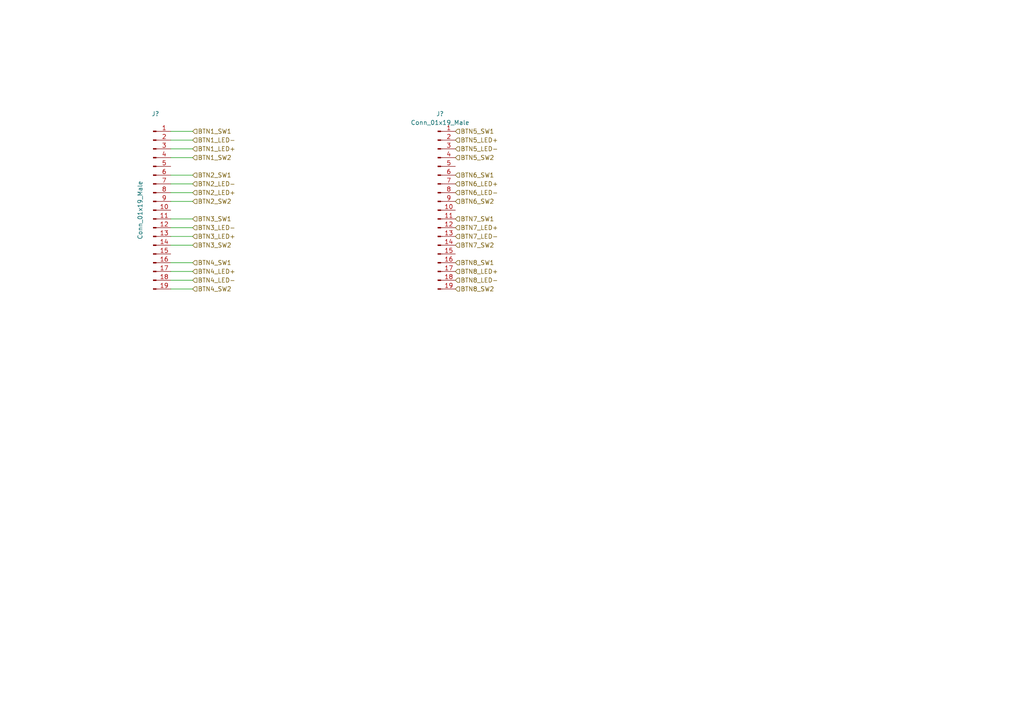
<source format=kicad_sch>
(kicad_sch (version 20211123) (generator eeschema)
  (paper "A4")
  (lib_symbols
    (symbol "Connector:Conn_01x19_Male" (pin_names (offset 1.016) hide)
      (property "Reference" "J" (at 0 25.4 0))
      (property "Value" "Conn_01x19_Male" (at 0 -25.4 0))
      (symbol "Conn_01x19_Male_1_1"
        (polyline (pts (xy 1.27 -22.86) (xy 0.8636 -22.86)) (stroke (width 0.1524)))
        (polyline (pts (xy 1.27 -20.32) (xy 0.8636 -20.32)) (stroke (width 0.1524)))
        (polyline (pts (xy 1.27 -17.78) (xy 0.8636 -17.78)) (stroke (width 0.1524)))
        (polyline (pts (xy 1.27 -15.24) (xy 0.8636 -15.24)) (stroke (width 0.1524)))
        (polyline (pts (xy 1.27 -12.7) (xy 0.8636 -12.7)) (stroke (width 0.1524)))
        (polyline (pts (xy 1.27 -10.16) (xy 0.8636 -10.16)) (stroke (width 0.1524)))
        (polyline (pts (xy 1.27 -7.62) (xy 0.8636 -7.62)) (stroke (width 0.1524)))
        (polyline (pts (xy 1.27 -5.08) (xy 0.8636 -5.08)) (stroke (width 0.1524)))
        (polyline (pts (xy 1.27 -2.54) (xy 0.8636 -2.54)) (stroke (width 0.1524)))
        (polyline (pts (xy 1.27 0) (xy 0.8636 0)) (stroke (width 0.1524)))
        (polyline (pts (xy 1.27 2.54) (xy 0.8636 2.54)) (stroke (width 0.1524)))
        (polyline (pts (xy 1.27 5.08) (xy 0.8636 5.08)) (stroke (width 0.1524)))
        (polyline (pts (xy 1.27 7.62) (xy 0.8636 7.62)) (stroke (width 0.1524)))
        (polyline (pts (xy 1.27 10.16) (xy 0.8636 10.16)) (stroke (width 0.1524)))
        (polyline (pts (xy 1.27 12.7) (xy 0.8636 12.7)) (stroke (width 0.1524)))
        (polyline (pts (xy 1.27 15.24) (xy 0.8636 15.24)) (stroke (width 0.1524)))
        (polyline (pts (xy 1.27 17.78) (xy 0.8636 17.78)) (stroke (width 0.1524)))
        (polyline (pts (xy 1.27 20.32) (xy 0.8636 20.32)) (stroke (width 0.1524)))
        (polyline (pts (xy 1.27 22.86) (xy 0.8636 22.86)) (stroke (width 0.1524)))
        (rectangle (start 0.8636 -22.733) (end 0 -22.987) (stroke (width 0.1524)) (fill (type outline)))
        (rectangle (start 0.8636 -20.193) (end 0 -20.447) (stroke (width 0.1524)) (fill (type outline)))
        (rectangle (start 0.8636 -17.653) (end 0 -17.907) (stroke (width 0.1524)) (fill (type outline)))
        (rectangle (start 0.8636 -15.113) (end 0 -15.367) (stroke (width 0.1524)) (fill (type outline)))
        (rectangle (start 0.8636 -12.573) (end 0 -12.827) (stroke (width 0.1524)) (fill (type outline)))
        (rectangle (start 0.8636 -10.033) (end 0 -10.287) (stroke (width 0.1524)) (fill (type outline)))
        (rectangle (start 0.8636 -7.493) (end 0 -7.747) (stroke (width 0.1524)) (fill (type outline)))
        (rectangle (start 0.8636 -4.953) (end 0 -5.207) (stroke (width 0.1524)) (fill (type outline)))
        (rectangle (start 0.8636 -2.413) (end 0 -2.667) (stroke (width 0.1524)) (fill (type outline)))
        (rectangle (start 0.8636 0.127) (end 0 -0.127) (stroke (width 0.1524)) (fill (type outline)))
        (rectangle (start 0.8636 2.667) (end 0 2.413) (stroke (width 0.1524)) (fill (type outline)))
        (rectangle (start 0.8636 5.207) (end 0 4.953) (stroke (width 0.1524)) (fill (type outline)))
        (rectangle (start 0.8636 7.747) (end 0 7.493) (stroke (width 0.1524)) (fill (type outline)))
        (rectangle (start 0.8636 10.287) (end 0 10.033) (stroke (width 0.1524)) (fill (type outline)))
        (rectangle (start 0.8636 12.827) (end 0 12.573) (stroke (width 0.1524)) (fill (type outline)))
        (rectangle (start 0.8636 15.367) (end 0 15.113) (stroke (width 0.1524)) (fill (type outline)))
        (rectangle (start 0.8636 17.907) (end 0 17.653) (stroke (width 0.1524)) (fill (type outline)))
        (rectangle (start 0.8636 20.447) (end 0 20.193) (stroke (width 0.1524)) (fill (type outline)))
        (rectangle (start 0.8636 22.987) (end 0 22.733) (stroke (width 0.1524)) (fill (type outline)))
        (pin passive line (at 5.08 22.86 180) (length 3.81) (name "Pin_1") (number "1"))
        (pin passive line (at 5.08 0 180) (length 3.81) (name "Pin_10") (number "10"))
        (pin passive line (at 5.08 -2.54 180) (length 3.81) (name "Pin_11") (number "11"))
        (pin passive line (at 5.08 -5.08 180) (length 3.81) (name "Pin_12") (number "12"))
        (pin passive line (at 5.08 -7.62 180) (length 3.81) (name "Pin_13") (number "13"))
        (pin passive line (at 5.08 -10.16 180) (length 3.81) (name "Pin_14") (number "14"))
        (pin passive line (at 5.08 -12.7 180) (length 3.81) (name "Pin_15") (number "15"))
        (pin passive line (at 5.08 -15.24 180) (length 3.81) (name "Pin_16") (number "16"))
        (pin passive line (at 5.08 -17.78 180) (length 3.81) (name "Pin_17") (number "17"))
        (pin passive line (at 5.08 -20.32 180) (length 3.81) (name "Pin_18") (number "18"))
        (pin passive line (at 5.08 -22.86 180) (length 3.81) (name "Pin_19") (number "19"))
        (pin passive line (at 5.08 20.32 180) (length 3.81) (name "Pin_2") (number "2"))
        (pin passive line (at 5.08 17.78 180) (length 3.81) (name "Pin_3") (number "3"))
        (pin passive line (at 5.08 15.24 180) (length 3.81) (name "Pin_4") (number "4"))
        (pin passive line (at 5.08 12.7 180) (length 3.81) (name "Pin_5") (number "5"))
        (pin passive line (at 5.08 10.16 180) (length 3.81) (name "Pin_6") (number "6"))
        (pin passive line (at 5.08 7.62 180) (length 3.81) (name "Pin_7") (number "7"))
        (pin passive line (at 5.08 5.08 180) (length 3.81) (name "Pin_8") (number "8"))
        (pin passive line (at 5.08 2.54 180) (length 3.81) (name "Pin_9") (number "9"))
      )
    )
  )
  (wire (pts (xy 49.53 66.04) (xy 55.88 66.04)))
  (wire (pts (xy 49.53 83.82) (xy 55.88 83.82)))
  (wire (pts (xy 49.53 40.64) (xy 55.88 40.64)))
  (wire (pts (xy 49.53 38.1) (xy 55.88 38.1)))
  (wire (pts (xy 49.53 76.2) (xy 55.88 76.2)))
  (wire (pts (xy 49.53 63.5) (xy 55.88 63.5)))
  (wire (pts (xy 49.53 43.18) (xy 55.88 43.18)))
  (wire (pts (xy 49.53 68.58) (xy 55.88 68.58)))
  (wire (pts (xy 49.53 45.72) (xy 55.88 45.72)))
  (wire (pts (xy 49.53 55.88) (xy 55.88 55.88)))
  (wire (pts (xy 49.53 81.28) (xy 55.88 81.28)))
  (wire (pts (xy 49.53 78.74) (xy 55.88 78.74)))
  (wire (pts (xy 49.53 53.34) (xy 55.88 53.34)))
  (wire (pts (xy 49.53 71.12) (xy 55.88 71.12)))
  (wire (pts (xy 49.53 58.42) (xy 55.88 58.42)))
  (wire (pts (xy 49.53 50.8) (xy 55.88 50.8)))
  (hierarchical_label "BTN8_SW2" (shape input) (at 132.08 83.82 0))
  (hierarchical_label "BTN8_SW1" (shape input) (at 132.08 76.2 0))
  (hierarchical_label "BTN6_SW1" (shape input) (at 132.08 50.8 0))
  (hierarchical_label "BTN3_LED-" (shape input) (at 55.88 66.04 0))
  (hierarchical_label "BTN7_SW2" (shape input) (at 132.08 71.12 0))
  (hierarchical_label "BTN8_LED+" (shape input) (at 132.08 78.74 0))
  (hierarchical_label "BTN3_SW1" (shape input) (at 55.88 63.5 0))
  (hierarchical_label "BTN1_LED+" (shape input) (at 55.88 43.18 0))
  (hierarchical_label "BTN2_SW1" (shape input) (at 55.88 50.8 0))
  (hierarchical_label "BTN8_LED-" (shape input) (at 132.08 81.28 0))
  (hierarchical_label "BTN2_SW2" (shape input) (at 55.88 58.42 0))
  (hierarchical_label "BTN1_SW2" (shape input) (at 55.88 45.72 0))
  (hierarchical_label "BTN6_LED+" (shape input) (at 132.08 53.34 0))
  (hierarchical_label "BTN7_LED+" (shape input) (at 132.08 66.04 0))
  (hierarchical_label "BTN6_SW2" (shape input) (at 132.08 58.42 0))
  (hierarchical_label "BTN6_LED-" (shape input) (at 132.08 55.88 0))
  (hierarchical_label "BTN4_SW2" (shape input) (at 55.88 83.82 0))
  (hierarchical_label "BTN5_SW1" (shape input) (at 132.08 38.1 0))
  (hierarchical_label "BTN5_LED+" (shape input) (at 132.08 40.64 0))
  (hierarchical_label "BTN1_LED-" (shape input) (at 55.88 40.64 0))
  (hierarchical_label "BTN2_LED-" (shape input) (at 55.88 53.34 0))
  (hierarchical_label "BTN5_SW2" (shape input) (at 132.08 45.72 0))
  (hierarchical_label "BTN4_LED-" (shape input) (at 55.88 81.28 0))
  (hierarchical_label "BTN1_SW1" (shape input) (at 55.88 38.1 0))
  (hierarchical_label "BTN7_LED-" (shape input) (at 132.08 68.58 0))
  (hierarchical_label "BTN3_SW2" (shape input) (at 55.88 71.12 0))
  (hierarchical_label "BTN4_LED+" (shape input) (at 55.88 78.74 0))
  (hierarchical_label "BTN7_SW1" (shape input) (at 132.08 63.5 0))
  (hierarchical_label "BTN2_LED+" (shape input) (at 55.88 55.88 0))
  (hierarchical_label "BTN4_SW1" (shape input) (at 55.88 76.2 0))
  (hierarchical_label "BTN5_LED-" (shape input) (at 132.08 43.18 0))
  (hierarchical_label "BTN3_LED+" (shape input) (at 55.88 68.58 0))
  (symbol (lib_id "Connector:Conn_01x19_Male") (at 44.45 60.96 0) (unit 1)
    (property "Reference" "J?" (at 45.085 33.02 0))
    (property "Value" "Conn_01x19_Male" (at 40.64 60.96 90))
  )
  (symbol (lib_id "Connector:Conn_01x19_Male") (at 127 60.96 0) (unit 1)
    (property "Reference" "J?" (at 127.635 33.02 0))
    (property "Value" "Conn_01x19_Male" (at 127.635 35.56 0))
  )
)
</source>
